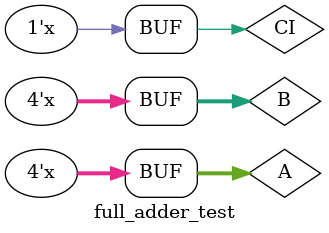
<source format=v>
`timescale 1ns / 1ps


module full_adder_test(
    );
    reg [3:0] A,B;      //´´½¨4Î»ÊäÈë±äÁ¿A,B
    reg CI;             //´´½¨±íÊ¾½øÎ»µÄÊäÈë±äÁ¿CI
    wire [3:0] F;       //¶¨Òå4Î»µÄÊä³öF
    wire CO;            //¶¨Òå±íÊ¾×î¸ßÎ»Êä³öµÄÊä³ö±äÁ¿CO
    
    add_4 uut(          //´´½¨ËÄÎ»´®ÐÐ¼Ó·¨Æ÷µÄ¶ÔÏóuut
        .A(A),
        .B(B),
        .CI(CI),
        .CO(CO),
        .F(F)
    );
    
    initial begin       //´ÓÊäÈëÎªA=0;B=0;CI=0¿ªÊ¼£¬Ã¿¸ô#100µÄÊ±¼ä£¬Ã¿´ÎÊ¹²âÊÔÊý¾Ý+1
        A=0;B=0;CI=0;
    end
    always #100 {CI,A,B}={CI,A,B}+1;
endmodule
</source>
